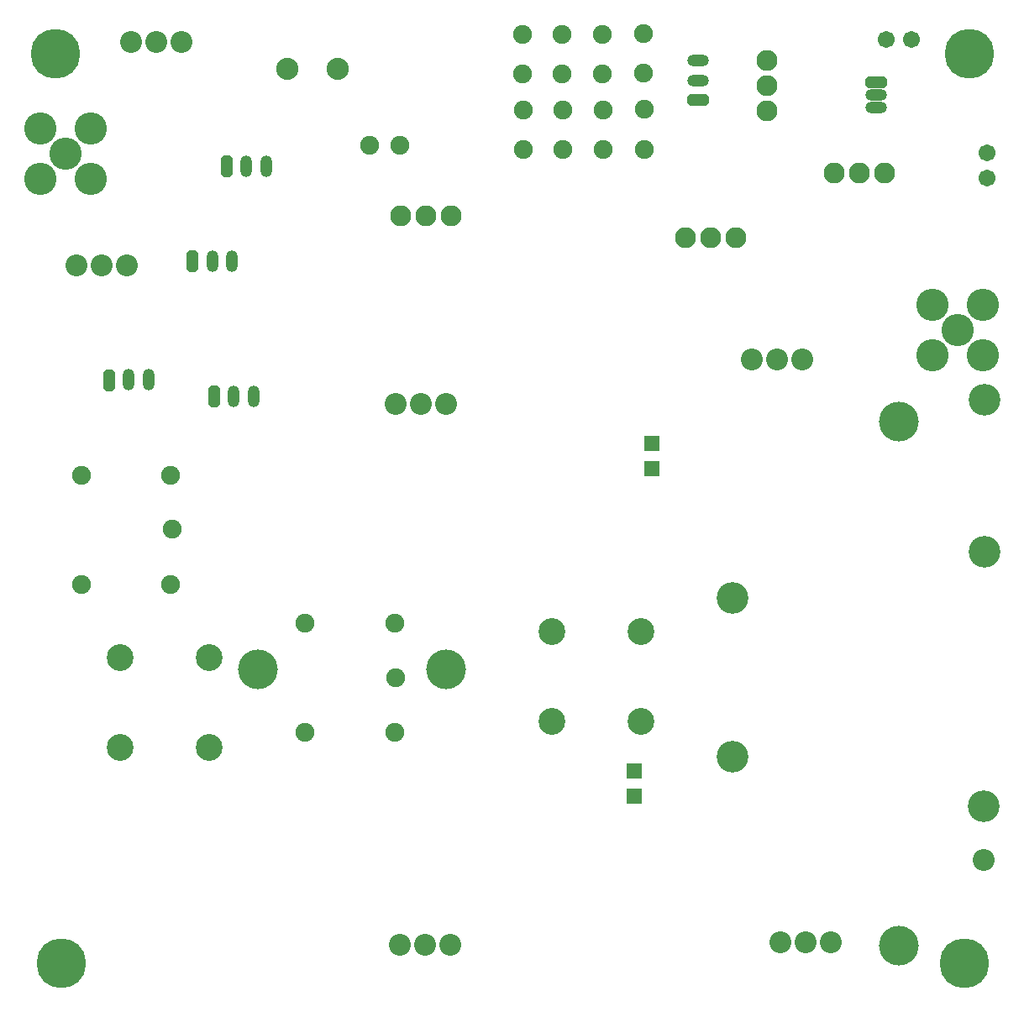
<source format=gbr>
G04 DipTrace 3.3.1.1*
G04 BottomMask.gbr*
%MOIN*%
G04 #@! TF.FileFunction,Soldermask,Bot*
G04 #@! TF.Part,Single*
%AMOUTLINE1*
4,1,8,
-0.023685,-0.031184,
-0.011499,-0.04337,
0.011499,-0.04337,
0.023685,-0.031184,
0.023685,0.031184,
0.011499,0.04337,
-0.011499,0.04337,
-0.023685,0.031184,
-0.023685,-0.031184,
0*%
%AMOUTLINE4*
4,1,8,
-0.031184,0.023685,
-0.04337,0.011499,
-0.04337,-0.011499,
-0.031184,-0.023685,
0.031184,-0.023685,
0.04337,-0.011499,
0.04337,0.011499,
0.031184,0.023685,
-0.031184,0.023685,
0*%
%AMOUTLINE7*
4,1,8,
0.031184,-0.023685,
0.04337,-0.011499,
0.04337,0.011499,
0.031184,0.023685,
-0.031184,0.023685,
-0.04337,0.011499,
-0.04337,-0.011499,
-0.031184,-0.023685,
0.031184,-0.023685,
0*%
%ADD37R,0.059055X0.059055*%
%ADD45C,0.15748*%
%ADD46C,0.19685*%
%ADD52C,0.067055*%
%ADD54C,0.08674*%
%ADD56C,0.082803*%
%ADD58O,0.08674X0.04737*%
%ADD60O,0.04737X0.08674*%
%ADD64C,0.106425*%
%ADD68C,0.12611*%
%ADD74C,0.074929*%
%ADD76C,0.088*%
%ADD78C,0.08674*%
%ADD80C,0.128*%
%ADD94OUTLINE1*%
%ADD97OUTLINE4*%
%ADD100OUTLINE7*%
%FSLAX26Y26*%
G04*
G70*
G90*
G75*
G01*
G04 BotMask*
%LPD*%
D45*
X3896723Y2713566D3*
Y633490D3*
X1352727Y1730448D3*
X2097967Y1731396D3*
D46*
X571165Y565052D3*
X4156257Y565123D3*
X4174606Y4172951D3*
X549282Y4173214D3*
D80*
X689234Y3878016D3*
Y3678016D3*
X489234D3*
Y3878016D3*
X589234Y3778016D3*
D78*
X1049836Y4220201D3*
X949836D3*
X849836D3*
D80*
X4228361Y3176285D3*
Y2976285D3*
X4028361D3*
Y3176285D3*
X4128361Y3076285D3*
D78*
X4233227Y973825D3*
D52*
X4244000Y3781008D3*
D76*
X1467971Y4115406D3*
X1667971D3*
D74*
X1795345Y3811322D3*
X1913455D3*
D68*
X3234341Y2013869D3*
D74*
X1893753Y1480370D3*
D68*
X3234341Y1383948D3*
X4234042Y2197975D3*
X4233283Y1187226D3*
D74*
X2883307Y4254942D3*
X2405189Y3950476D3*
X2883307Y4097462D3*
X2405189Y3792996D3*
X1893753Y1913441D3*
X1539423Y1480370D3*
Y1913441D3*
X1899297Y1697829D3*
X2562669Y3950476D3*
Y3792996D3*
D68*
X4233661Y2799563D3*
D64*
X805335Y1422404D3*
D74*
X2720150Y3950476D3*
Y3792996D3*
X2886622Y3953151D3*
Y3795671D3*
X1006151Y2068614D3*
Y2501685D3*
X651820Y2068614D3*
Y2501685D3*
X1011694Y2286073D3*
D64*
X2517140Y1525354D3*
D74*
X2401874Y4252268D3*
Y4094787D3*
X2559354Y4252268D3*
Y4094787D3*
X2716835Y4252268D3*
Y4094787D3*
D64*
X2871471Y1525354D3*
X2517140Y1879685D3*
X2871471D3*
X1159665Y1422404D3*
X805335Y1776735D3*
X1159665D3*
D94*
X1228553Y3727857D3*
D60*
X1306234Y3728290D3*
X1385317D3*
D94*
X1092495Y3351338D3*
D60*
X1170176Y3351772D3*
X1249259D3*
D94*
X1177069Y2814439D3*
D60*
X1254750Y2814873D3*
X1333832D3*
D94*
X760490Y2878919D3*
D60*
X838171Y2879352D3*
X917253D3*
D97*
X3806429Y4061413D3*
D58*
Y4011413D3*
Y3961413D3*
D56*
X3049164Y3442850D3*
X3149164D3*
X3249164D3*
D100*
X3099784Y3991166D3*
D58*
X3099351Y4068847D3*
Y4147929D3*
D56*
X3836810Y3700038D3*
X3736810D3*
X3636810D3*
D54*
X833259Y3334261D3*
X733259D3*
X633259D3*
X2096996Y2785197D3*
X1996996D3*
X1896996D3*
X2113693Y638765D3*
X2013693D3*
X1913693D3*
X3512546Y2962436D3*
X3412546D3*
X3312546D3*
D37*
X2913690Y2526022D3*
Y2626022D3*
D54*
X3626304Y648332D3*
X3526304D3*
X3426304D3*
D37*
X2846501Y1228274D3*
Y1328274D3*
D56*
X1919201Y3531524D3*
X2019201D3*
X2119201D3*
X3371808Y4147533D3*
Y4047533D3*
Y3947533D3*
D52*
X3844000Y4231008D3*
X3944000D3*
X4244000Y3681008D3*
M02*

</source>
